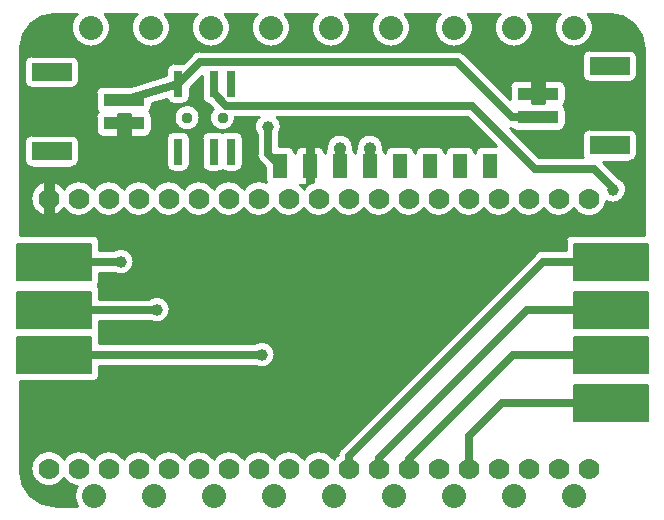
<source format=gtl>
G04 Generated by Ultiboard 12.0 *
%FSLAX25Y25*%
%MOIN*%

%ADD10C,0.00001*%
%ADD11C,0.01000*%
%ADD12C,0.00500*%
%ADD13C,0.02500*%
%ADD14C,0.08000*%
%ADD15R,0.13386X0.05906*%
%ADD16R,0.13780X0.04331*%
%ADD17C,0.03937*%
%ADD18C,0.07000*%
%ADD19R,0.05000X0.08000*%
%ADD20C,0.03701*%
%ADD21R,0.02953X0.08661*%


G04 ColorRGB 00FF00 for the following layer *
%LNCopper Top*%
%LPD*%
G54D10*
G36*
X81298Y166488D02*
G75*
D01*
G03X90702Y166488I4702J-4488*
G01*
X90702Y166488D01*
X101298Y166488D01*
G75*
D01*
G03X110702Y166488I4702J-4488*
G01*
X110702Y166488D01*
X121298Y166488D01*
G75*
D01*
G03X130702Y166488I4702J-4488*
G01*
X130702Y166488D01*
X142298Y166488D01*
G75*
D01*
G03X151702Y166488I4702J-4488*
G01*
X151702Y166488D01*
X162298Y166488D01*
G75*
D01*
G03X171702Y166488I4702J-4488*
G01*
X171702Y166488D01*
X182298Y166488D01*
G75*
D01*
G03X191702Y166488I4702J-4488*
G01*
X191702Y166488D01*
X198885Y166488D01*
G75*
D01*
G03X198964Y166487I71J2512*
G01*
G74*
D01*
G02X210487Y154964I0J11523*
G01*
G75*
D01*
G03X210488Y154885I2513J-8*
G01*
X210488Y154885D01*
X210488Y92750D01*
X185838Y92750D01*
G75*
D01*
G03X184250Y91162I0J-1588*
G01*
X184250Y91162D01*
X184250Y87768D01*
X176703Y87768D01*
G75*
D01*
G03X174036Y86664I-2J-3768*
G01*
X174036Y86664D01*
X109336Y21964D01*
G74*
D01*
G03X108252Y19685I2663J2664*
G01*
G74*
D01*
G03X107000Y18317I3746J4685*
G01*
G75*
D01*
G03X97000Y18317I-5000J-3317*
G01*
G75*
D01*
G03X87000Y18317I-5000J-3317*
G01*
G75*
D01*
G03X77000Y18317I-5000J-3317*
G01*
G75*
D01*
G03X67000Y18317I-5000J-3317*
G01*
G75*
D01*
G03X57000Y18317I-5000J-3317*
G01*
G75*
D01*
G03X47000Y18317I-5000J-3317*
G01*
G75*
D01*
G03X37000Y18317I-5000J-3317*
G01*
G75*
D01*
G03X27000Y18317I-5000J-3317*
G01*
G75*
D01*
G03X17000Y18317I-5000J-3317*
G01*
G75*
D01*
G03X17000Y11683I-5000J-3317*
G01*
G74*
D01*
G03X21258Y9046I5000J3317*
G01*
G75*
D01*
G03X21515Y2512I5741J-3046*
G01*
X21515Y2512D01*
X14115Y2512D01*
G74*
D01*
G03X14036Y2513I71J2512*
G01*
G75*
D01*
G02X2513Y14036I0J11523*
G01*
G74*
D01*
G03X2512Y14115I2513J8*
G01*
X2512Y14115D01*
X2512Y44084D01*
X27242Y44084D01*
G75*
D01*
G03X28829Y45672I-1J1588*
G01*
X28829Y45672D01*
X28829Y49232D01*
X80598Y49232D01*
G75*
D01*
G03X80598Y56768I2401J3768*
G01*
X80598Y56768D01*
X28829Y56768D01*
X28829Y59996D01*
G74*
D01*
G03X28726Y60560I1587J2*
G01*
G75*
D01*
G03X28750Y60838I-1564J275*
G01*
X28750Y60838D01*
X28750Y64082D01*
X45852Y64082D01*
G75*
D01*
G03X45378Y71618I2148J3918*
G01*
X45378Y71618D01*
X28750Y71618D01*
X28750Y75162D01*
G74*
D01*
G03X28511Y76000I1588J0*
G01*
G75*
D01*
G03X28750Y76838I-1349J838*
G01*
X28750Y76838D01*
X28750Y80232D01*
X33598Y80232D01*
G75*
D01*
G03X33598Y87768I2401J3768*
G01*
X33598Y87768D01*
X28750Y87768D01*
X28750Y91162D01*
G74*
D01*
G03X27162Y92750I1588J0*
G01*
X27162Y92750D01*
X2512Y92750D01*
X2512Y154885D01*
G75*
D01*
G03X2513Y154964I-2512J71*
G01*
G75*
D01*
G02X14036Y166487I11523J0*
G01*
G74*
D01*
G03X14115Y166488I8J2513*
G01*
X14115Y166488D01*
X21298Y166488D01*
G75*
D01*
G03X30702Y166488I4702J-4488*
G01*
X30702Y166488D01*
X41298Y166488D01*
G75*
D01*
G03X50702Y166488I4702J-4488*
G01*
X50702Y166488D01*
X61298Y166488D01*
G75*
D01*
G03X70702Y166488I4702J-4488*
G01*
X70702Y166488D01*
X81298Y166488D01*
D02*
G37*
%LPC*%
G36*
X187000Y101683D02*
G75*
D01*
G03X197923Y104043I5000J3317*
G01*
G75*
D01*
G03X202068Y111961I2072J3959*
G01*
X202068Y111961D01*
X196683Y117346D01*
X205693Y117346D01*
G75*
D01*
G03X208205Y119858I0J2512*
G01*
X208205Y119858D01*
X208205Y125764D01*
G74*
D01*
G03X205693Y128276I2512J0*
G01*
X205693Y128276D01*
X192307Y128276D01*
G75*
D01*
G03X189795Y125764I0J-2512*
G01*
X189795Y125764D01*
X189795Y119858D01*
G75*
D01*
G03X190044Y118768I2512J0*
G01*
X190044Y118768D01*
X175561Y118768D01*
X166017Y128312D01*
G74*
D01*
G03X166171Y128300I370J3749*
G01*
G75*
D01*
G03X168110Y127386I1938J1598*
G01*
X168110Y127386D01*
X181890Y127386D01*
G75*
D01*
G03X184402Y129898I0J2512*
G01*
X184402Y129898D01*
X184402Y134228D01*
G74*
D01*
G03X183671Y136000I2512J1*
G01*
G75*
D01*
G03X184402Y137772I-1781J1771*
G01*
X184402Y137772D01*
X184402Y142102D01*
G74*
D01*
G03X181890Y144614I2512J0*
G01*
X181890Y144614D01*
X176947Y144614D01*
X176947Y136740D01*
X173053Y136740D01*
X173053Y144614D01*
X168110Y144614D01*
G75*
D01*
G03X165598Y142102I0J-2512*
G01*
X165598Y142102D01*
X165598Y138167D01*
X150654Y153111D01*
G74*
D01*
G03X147986Y154218I2668J2661*
G01*
X147986Y154218D01*
X62276Y154218D01*
G75*
D01*
G03X59608Y153114I-3J-3768*
G01*
X59608Y153114D01*
X56655Y150161D01*
G74*
D01*
G03X56618Y150162I86J2510*
G01*
X56618Y150162D01*
X53665Y150162D01*
G75*
D01*
G03X51153Y147650I0J-2512*
G01*
X51153Y147650D01*
X51153Y146066D01*
X39518Y142614D01*
X30110Y142614D01*
G75*
D01*
G03X27598Y140102I0J-2512*
G01*
X27598Y140102D01*
X27598Y135772D01*
G75*
D01*
G03X28329Y134000I2512J-1*
G01*
G74*
D01*
G03X27598Y132228I1781J1771*
G01*
X27598Y132228D01*
X27598Y127898D01*
G75*
D01*
G03X30110Y125386I2512J0*
G01*
X30110Y125386D01*
X35053Y125386D01*
X35053Y133260D01*
X38947Y133260D01*
X38947Y125386D01*
X43890Y125386D01*
G75*
D01*
G03X46402Y127898I0J2512*
G01*
X46402Y127898D01*
X46402Y132228D01*
G74*
D01*
G03X45671Y134000I2512J1*
G01*
G75*
D01*
G03X46402Y135772I-1781J1771*
G01*
X46402Y135772D01*
X46402Y136796D01*
X51268Y138239D01*
G75*
D01*
G03X53665Y136476I2397J748*
G01*
X53665Y136476D01*
X56618Y136476D01*
G75*
D01*
G03X59130Y138988I0J2512*
G01*
X59130Y138988D01*
X59130Y141978D01*
X62964Y145812D01*
X62964Y138988D01*
G75*
D01*
G03X65177Y136494I2512J0*
G01*
X65177Y136494D01*
X66714Y134957D01*
G75*
D01*
G03X74250Y132232I3191J-2958*
G01*
X74250Y132232D01*
X81914Y132232D01*
G75*
D01*
G03X81232Y126598I3085J-3232*
G01*
X81232Y126598D01*
X81232Y120004D01*
G75*
D01*
G03X82336Y117336I3768J-3*
G01*
X82336Y117336D01*
X83988Y115683D01*
X83988Y112000D01*
G75*
D01*
G03X84531Y110440I2512J0*
G01*
G75*
D01*
G03X77000Y108317I-2532J-5439*
G01*
G75*
D01*
G03X67000Y108317I-5000J-3317*
G01*
G75*
D01*
G03X57000Y108317I-5000J-3317*
G01*
G75*
D01*
G03X47000Y108317I-5000J-3317*
G01*
G75*
D01*
G03X37000Y108317I-5000J-3317*
G01*
G75*
D01*
G03X27000Y108317I-5000J-3317*
G01*
G75*
D01*
G03X17000Y108317I-5000J-3317*
G01*
G74*
D01*
G03X13243Y110870I5000J3317*
G01*
X13243Y110870D01*
X13243Y106693D01*
G75*
D01*
G03X10757Y106693I-1243J-1693*
G01*
X10757Y106693D01*
X10757Y110870D01*
G75*
D01*
G03X10757Y99130I1242J-5870*
G01*
X10757Y99130D01*
X10757Y103307D01*
G75*
D01*
G03X13243Y103307I1243J1693*
G01*
X13243Y103307D01*
X13243Y99130D01*
G74*
D01*
G03X17000Y101683I1243J5870*
G01*
G75*
D01*
G03X27000Y101683I5000J3317*
G01*
G75*
D01*
G03X37000Y101683I5000J3317*
G01*
G75*
D01*
G03X47000Y101683I5000J3317*
G01*
G75*
D01*
G03X57000Y101683I5000J3317*
G01*
G75*
D01*
G03X67000Y101683I5000J3317*
G01*
G75*
D01*
G03X77000Y101683I5000J3317*
G01*
G75*
D01*
G03X87000Y101683I5000J3317*
G01*
G75*
D01*
G03X97000Y101683I5000J3317*
G01*
G75*
D01*
G03X107000Y101683I5000J3317*
G01*
G75*
D01*
G03X117000Y101683I5000J3317*
G01*
G75*
D01*
G03X127000Y101683I5000J3317*
G01*
G75*
D01*
G03X137000Y101683I5000J3317*
G01*
G75*
D01*
G03X147000Y101683I5000J3317*
G01*
G75*
D01*
G03X157000Y101683I5000J3317*
G01*
G75*
D01*
G03X167000Y101683I5000J3317*
G01*
G75*
D01*
G03X177000Y101683I5000J3317*
G01*
G75*
D01*
G03X187000Y101683I5000J3317*
G01*
D02*
G37*
G36*
X208205Y146236D02*
X208205Y146236D01*
X208205Y152142D01*
G74*
D01*
G03X205693Y154654I2512J0*
G01*
X205693Y154654D01*
X192307Y154654D01*
G75*
D01*
G03X189795Y152142I0J-2512*
G01*
X189795Y152142D01*
X189795Y146236D01*
G75*
D01*
G03X192307Y143724I2512J0*
G01*
X192307Y143724D01*
X205693Y143724D01*
G75*
D01*
G03X208205Y146236I0J2512*
G01*
D02*
G37*
G36*
X3795Y150142D02*
X3795Y150142D01*
X3795Y144236D01*
G75*
D01*
G03X6307Y141724I2512J0*
G01*
X6307Y141724D01*
X19693Y141724D01*
G75*
D01*
G03X22205Y144236I0J2512*
G01*
X22205Y144236D01*
X22205Y150142D01*
G74*
D01*
G03X19693Y152654I2512J0*
G01*
X19693Y152654D01*
X6307Y152654D01*
G75*
D01*
G03X3795Y150142I0J-2512*
G01*
D02*
G37*
G36*
X53744Y132000D02*
G75*
D01*
G03X53744Y132000I4350J0*
G01*
D02*
G37*
G36*
X3795Y123764D02*
X3795Y123764D01*
X3795Y117858D01*
G75*
D01*
G03X6307Y115346I2512J0*
G01*
X6307Y115346D01*
X19693Y115346D01*
G75*
D01*
G03X22205Y117858I0J2512*
G01*
X22205Y117858D01*
X22205Y123764D01*
G74*
D01*
G03X19693Y126276I2512J0*
G01*
X19693Y126276D01*
X6307Y126276D01*
G75*
D01*
G03X3795Y123764I0J-2512*
G01*
D02*
G37*
G36*
X53665Y113838D02*
X53665Y113838D01*
X56618Y113838D01*
G75*
D01*
G03X59130Y116350I0J2512*
G01*
X59130Y116350D01*
X59130Y125012D01*
G74*
D01*
G03X56618Y127524I2512J0*
G01*
X56618Y127524D01*
X53665Y127524D01*
G75*
D01*
G03X51153Y125012I0J-2512*
G01*
X51153Y125012D01*
X51153Y116350D01*
G75*
D01*
G03X53665Y113838I2512J0*
G01*
D02*
G37*
G36*
X69906Y114318D02*
G75*
D01*
G03X71382Y113838I1477J2031*
G01*
X71382Y113838D01*
X74335Y113838D01*
G75*
D01*
G03X76847Y116350I0J2512*
G01*
X76847Y116350D01*
X76847Y125012D01*
G74*
D01*
G03X74335Y127524I2512J0*
G01*
X74335Y127524D01*
X71382Y127524D01*
G75*
D01*
G03X69906Y127044I1J-2512*
G01*
G74*
D01*
G03X68429Y127524I1477J2032*
G01*
X68429Y127524D01*
X65476Y127524D01*
G75*
D01*
G03X62964Y125012I0J-2512*
G01*
X62964Y125012D01*
X62964Y116350D01*
G75*
D01*
G03X65476Y113838I2512J0*
G01*
X65476Y113838D01*
X68429Y113838D01*
G74*
D01*
G03X69906Y114318I0J2512*
G01*
D02*
G37*
%LPD*%
G36*
X156500Y122512D02*
X156500Y122512D01*
X161159Y122512D01*
X151439Y132232D01*
X88086Y132232D01*
G75*
D01*
G02X88768Y126598I-3085J-3232*
G01*
X88768Y126598D01*
X88768Y122512D01*
X91500Y122512D01*
G74*
D01*
G02X94000Y120246I0J2512*
G01*
G75*
D01*
G02X96500Y122512I2500J-246*
G01*
X96500Y122512D01*
X97962Y122512D01*
X97962Y109488D01*
X96500Y109488D01*
G75*
D01*
G02X95898Y109561I-1J2512*
G01*
G74*
D01*
G02X97000Y108317I3896J4562*
G01*
G74*
D01*
G02X100038Y110670I5000J3317*
G01*
X100038Y110670D01*
X100038Y122512D01*
X101500Y122512D01*
G74*
D01*
G02X104000Y120246I0J2512*
G01*
G74*
D01*
G02X104537Y121568I2500J245*
G01*
G75*
D01*
G02X104533Y122109I3756J298*
G01*
G75*
D01*
G02X113467Y122109I4467J-95*
G01*
G75*
D01*
G02X113463Y121568I-3759J-243*
G01*
G74*
D01*
G02X114000Y120246I1963J1567*
G01*
G74*
D01*
G02X114537Y121568I2500J245*
G01*
G75*
D01*
G02X114533Y122109I3756J298*
G01*
G75*
D01*
G02X123467Y122109I4467J-95*
G01*
G75*
D01*
G02X123463Y121568I-3759J-243*
G01*
G74*
D01*
G02X124000Y120246I1963J1567*
G01*
G75*
D01*
G02X126500Y122512I2500J-246*
G01*
X126500Y122512D01*
X131500Y122512D01*
G74*
D01*
G02X134000Y120246I0J2512*
G01*
G75*
D01*
G02X136500Y122512I2500J-246*
G01*
X136500Y122512D01*
X141500Y122512D01*
G74*
D01*
G02X144000Y120246I0J2512*
G01*
G75*
D01*
G02X146500Y122512I2500J-246*
G01*
X146500Y122512D01*
X151500Y122512D01*
G74*
D01*
G02X154000Y120246I0J2512*
G01*
G75*
D01*
G02X156500Y122512I2500J-246*
G01*
D02*
G37*
G36*
X211744Y42834D02*
X211744Y42834D01*
X211744Y30834D01*
X186921Y30834D01*
X186921Y42834D01*
X211744Y42834D01*
D02*
G37*
G36*
X211744Y58834D02*
X211744Y58834D01*
X211744Y46834D01*
X186921Y46834D01*
X186921Y58834D01*
X211744Y58834D01*
D02*
G37*
G36*
X1256Y58834D02*
X1256Y58834D01*
X1256Y46834D01*
X26079Y46834D01*
X26079Y58834D01*
X1256Y58834D01*
D02*
G37*
G36*
X211744Y74000D02*
X211744Y74000D01*
X211744Y62000D01*
X187000Y62000D01*
X187000Y74000D01*
X211744Y74000D01*
D02*
G37*
G36*
X211744Y90000D02*
X211744Y90000D01*
X211744Y78000D01*
X187000Y78000D01*
X187000Y90000D01*
X211744Y90000D01*
D02*
G37*
G36*
X1256Y74000D02*
X1256Y74000D01*
X1256Y62000D01*
X26000Y62000D01*
X26000Y74000D01*
X1256Y74000D01*
D02*
G37*
G36*
X1256Y90000D02*
X1256Y90000D01*
X1256Y78000D01*
X26000Y78000D01*
X26000Y90000D01*
X1256Y90000D01*
D02*
G37*
G54D11*
X187000Y101683D02*
G75*
D01*
G03X197923Y104043I5000J3317*
G01*
G75*
D01*
G03X202068Y111961I2072J3959*
G01*
X196683Y117346D01*
X205693Y117346D01*
G75*
D01*
G03X208205Y119858I0J2512*
G01*
X208205Y125764D01*
G74*
D01*
G03X205693Y128276I2512J0*
G01*
X192307Y128276D01*
G75*
D01*
G03X189795Y125764I0J-2512*
G01*
X189795Y119858D01*
G75*
D01*
G03X190044Y118768I2512J0*
G01*
X175561Y118768D01*
X166017Y128312D01*
G74*
D01*
G03X166171Y128300I370J3749*
G01*
G75*
D01*
G03X168110Y127386I1938J1598*
G01*
X181890Y127386D01*
G75*
D01*
G03X184402Y129898I0J2512*
G01*
X184402Y134228D01*
G74*
D01*
G03X183671Y136000I2512J1*
G01*
G75*
D01*
G03X184402Y137772I-1781J1771*
G01*
X184402Y142102D01*
G74*
D01*
G03X181890Y144614I2512J0*
G01*
X176947Y144614D01*
X176947Y136740D01*
X173053Y136740D01*
X173053Y144614D01*
X168110Y144614D01*
G75*
D01*
G03X165598Y142102I0J-2512*
G01*
X165598Y138167D01*
X150654Y153111D01*
G74*
D01*
G03X147986Y154218I2668J2661*
G01*
X62276Y154218D01*
G75*
D01*
G03X59608Y153114I-3J-3768*
G01*
X56655Y150161D01*
G74*
D01*
G03X56618Y150162I86J2510*
G01*
X53665Y150162D01*
G75*
D01*
G03X51153Y147650I0J-2512*
G01*
X51153Y146066D01*
X39518Y142614D01*
X30110Y142614D01*
G75*
D01*
G03X27598Y140102I0J-2512*
G01*
X27598Y135772D01*
G75*
D01*
G03X28329Y134000I2512J-1*
G01*
G74*
D01*
G03X27598Y132228I1781J1771*
G01*
X27598Y127898D01*
G75*
D01*
G03X30110Y125386I2512J0*
G01*
X35053Y125386D01*
X35053Y133260D01*
X38947Y133260D01*
X38947Y125386D01*
X43890Y125386D01*
G75*
D01*
G03X46402Y127898I0J2512*
G01*
X46402Y132228D01*
G74*
D01*
G03X45671Y134000I2512J1*
G01*
G75*
D01*
G03X46402Y135772I-1781J1771*
G01*
X46402Y136796D01*
X51268Y138239D01*
G75*
D01*
G03X53665Y136476I2397J748*
G01*
X56618Y136476D01*
G75*
D01*
G03X59130Y138988I0J2512*
G01*
X59130Y141978D01*
X62964Y145812D01*
X62964Y138988D01*
G75*
D01*
G03X65177Y136494I2512J0*
G01*
X66714Y134957D01*
G75*
D01*
G03X74250Y132232I3191J-2958*
G01*
X81914Y132232D01*
G75*
D01*
G03X81232Y126598I3085J-3232*
G01*
X81232Y120004D01*
G75*
D01*
G03X82336Y117336I3768J-3*
G01*
X83988Y115683D01*
X83988Y112000D01*
G75*
D01*
G03X84531Y110440I2512J0*
G01*
G75*
D01*
G03X77000Y108317I-2532J-5439*
G01*
G75*
D01*
G03X67000Y108317I-5000J-3317*
G01*
G75*
D01*
G03X57000Y108317I-5000J-3317*
G01*
G75*
D01*
G03X47000Y108317I-5000J-3317*
G01*
G75*
D01*
G03X37000Y108317I-5000J-3317*
G01*
G75*
D01*
G03X27000Y108317I-5000J-3317*
G01*
G75*
D01*
G03X17000Y108317I-5000J-3317*
G01*
G74*
D01*
G03X13243Y110870I5000J3317*
G01*
X13243Y106693D01*
G75*
D01*
G03X10757Y106693I-1243J-1693*
G01*
X10757Y110870D01*
G75*
D01*
G03X10757Y99130I1242J-5870*
G01*
X10757Y103307D01*
G75*
D01*
G03X13243Y103307I1243J1693*
G01*
X13243Y99130D01*
G74*
D01*
G03X17000Y101683I1243J5870*
G01*
G75*
D01*
G03X27000Y101683I5000J3317*
G01*
G75*
D01*
G03X37000Y101683I5000J3317*
G01*
G75*
D01*
G03X47000Y101683I5000J3317*
G01*
G75*
D01*
G03X57000Y101683I5000J3317*
G01*
G75*
D01*
G03X67000Y101683I5000J3317*
G01*
G75*
D01*
G03X77000Y101683I5000J3317*
G01*
G75*
D01*
G03X87000Y101683I5000J3317*
G01*
G75*
D01*
G03X97000Y101683I5000J3317*
G01*
G75*
D01*
G03X107000Y101683I5000J3317*
G01*
G75*
D01*
G03X117000Y101683I5000J3317*
G01*
G75*
D01*
G03X127000Y101683I5000J3317*
G01*
G75*
D01*
G03X137000Y101683I5000J3317*
G01*
G75*
D01*
G03X147000Y101683I5000J3317*
G01*
G75*
D01*
G03X157000Y101683I5000J3317*
G01*
G75*
D01*
G03X167000Y101683I5000J3317*
G01*
G75*
D01*
G03X177000Y101683I5000J3317*
G01*
G75*
D01*
G03X187000Y101683I5000J3317*
G01*
X208205Y146236D02*
X208205Y152142D01*
G74*
D01*
G03X205693Y154654I2512J0*
G01*
X192307Y154654D01*
G75*
D01*
G03X189795Y152142I0J-2512*
G01*
X189795Y146236D01*
G75*
D01*
G03X192307Y143724I2512J0*
G01*
X205693Y143724D01*
G75*
D01*
G03X208205Y146236I0J2512*
G01*
X3795Y150142D02*
X3795Y144236D01*
G75*
D01*
G03X6307Y141724I2512J0*
G01*
X19693Y141724D01*
G75*
D01*
G03X22205Y144236I0J2512*
G01*
X22205Y150142D01*
G74*
D01*
G03X19693Y152654I2512J0*
G01*
X6307Y152654D01*
G75*
D01*
G03X3795Y150142I0J-2512*
G01*
X53744Y132000D02*
G75*
D01*
G03X53744Y132000I4350J0*
G01*
X3795Y123764D02*
X3795Y117858D01*
G75*
D01*
G03X6307Y115346I2512J0*
G01*
X19693Y115346D01*
G75*
D01*
G03X22205Y117858I0J2512*
G01*
X22205Y123764D01*
G74*
D01*
G03X19693Y126276I2512J0*
G01*
X6307Y126276D01*
G75*
D01*
G03X3795Y123764I0J-2512*
G01*
X53665Y113838D02*
X56618Y113838D01*
G75*
D01*
G03X59130Y116350I0J2512*
G01*
X59130Y125012D01*
G74*
D01*
G03X56618Y127524I2512J0*
G01*
X53665Y127524D01*
G75*
D01*
G03X51153Y125012I0J-2512*
G01*
X51153Y116350D01*
G75*
D01*
G03X53665Y113838I2512J0*
G01*
X69906Y114318D02*
G75*
D01*
G03X71382Y113838I1477J2031*
G01*
X74335Y113838D01*
G75*
D01*
G03X76847Y116350I0J2512*
G01*
X76847Y125012D01*
G74*
D01*
G03X74335Y127524I2512J0*
G01*
X71382Y127524D01*
G75*
D01*
G03X69906Y127044I1J-2512*
G01*
G74*
D01*
G03X68429Y127524I1477J2032*
G01*
X65476Y127524D01*
G75*
D01*
G03X62964Y125012I0J-2512*
G01*
X62964Y116350D01*
G75*
D01*
G03X65476Y113838I2512J0*
G01*
X68429Y113838D01*
G74*
D01*
G03X69906Y114318I0J2512*
G01*
X81298Y166488D02*
G75*
D01*
G03X90702Y166488I4702J-4488*
G01*
X101298Y166488D01*
G75*
D01*
G03X110702Y166488I4702J-4488*
G01*
X121298Y166488D01*
G75*
D01*
G03X130702Y166488I4702J-4488*
G01*
X142298Y166488D01*
G75*
D01*
G03X151702Y166488I4702J-4488*
G01*
X162298Y166488D01*
G75*
D01*
G03X171702Y166488I4702J-4488*
G01*
X182298Y166488D01*
G75*
D01*
G03X191702Y166488I4702J-4488*
G01*
X198885Y166488D01*
G75*
D01*
G03X198964Y166487I71J2512*
G01*
G74*
D01*
G02X210487Y154964I0J11523*
G01*
G75*
D01*
G03X210488Y154885I2513J-8*
G01*
X210488Y92750D01*
X185838Y92750D01*
G75*
D01*
G03X184250Y91162I0J-1588*
G01*
X184250Y87768D01*
X176703Y87768D01*
G75*
D01*
G03X174036Y86664I-2J-3768*
G01*
X109336Y21964D01*
G74*
D01*
G03X108252Y19685I2663J2664*
G01*
G74*
D01*
G03X107000Y18317I3746J4685*
G01*
G75*
D01*
G03X97000Y18317I-5000J-3317*
G01*
G75*
D01*
G03X87000Y18317I-5000J-3317*
G01*
G75*
D01*
G03X77000Y18317I-5000J-3317*
G01*
G75*
D01*
G03X67000Y18317I-5000J-3317*
G01*
G75*
D01*
G03X57000Y18317I-5000J-3317*
G01*
G75*
D01*
G03X47000Y18317I-5000J-3317*
G01*
G75*
D01*
G03X37000Y18317I-5000J-3317*
G01*
G75*
D01*
G03X27000Y18317I-5000J-3317*
G01*
G75*
D01*
G03X17000Y18317I-5000J-3317*
G01*
G75*
D01*
G03X17000Y11683I-5000J-3317*
G01*
G74*
D01*
G03X21258Y9046I5000J3317*
G01*
G75*
D01*
G03X21515Y2512I5741J-3046*
G01*
X14115Y2512D01*
G74*
D01*
G03X14036Y2513I71J2512*
G01*
G75*
D01*
G02X2513Y14036I0J11523*
G01*
G74*
D01*
G03X2512Y14115I2513J8*
G01*
X2512Y44084D01*
X27242Y44084D01*
G75*
D01*
G03X28829Y45672I-1J1588*
G01*
X28829Y49232D01*
X80598Y49232D01*
G75*
D01*
G03X80598Y56768I2401J3768*
G01*
X28829Y56768D01*
X28829Y59996D01*
G74*
D01*
G03X28726Y60560I1587J2*
G01*
G75*
D01*
G03X28750Y60838I-1564J275*
G01*
X28750Y64082D01*
X45852Y64082D01*
G75*
D01*
G03X45378Y71618I2148J3918*
G01*
X28750Y71618D01*
X28750Y75162D01*
G74*
D01*
G03X28511Y76000I1588J0*
G01*
G75*
D01*
G03X28750Y76838I-1349J838*
G01*
X28750Y80232D01*
X33598Y80232D01*
G75*
D01*
G03X33598Y87768I2401J3768*
G01*
X28750Y87768D01*
X28750Y91162D01*
G74*
D01*
G03X27162Y92750I1588J0*
G01*
X2512Y92750D01*
X2512Y154885D01*
G75*
D01*
G03X2513Y154964I-2512J71*
G01*
G75*
D01*
G02X14036Y166487I11523J0*
G01*
G74*
D01*
G03X14115Y166488I8J2513*
G01*
X21298Y166488D01*
G75*
D01*
G03X30702Y166488I4702J-4488*
G01*
X41298Y166488D01*
G75*
D01*
G03X50702Y166488I4702J-4488*
G01*
X61298Y166488D01*
G75*
D01*
G03X70702Y166488I4702J-4488*
G01*
X81298Y166488D01*
X156500Y122512D02*
X161159Y122512D01*
X151439Y132232D01*
X88086Y132232D01*
G75*
D01*
G02X88768Y126598I-3085J-3232*
G01*
X88768Y122512D01*
X91500Y122512D01*
G74*
D01*
G02X94000Y120246I0J2512*
G01*
G75*
D01*
G02X96500Y122512I2500J-246*
G01*
X97962Y122512D01*
X97962Y109488D01*
X96500Y109488D01*
G75*
D01*
G02X95898Y109561I-1J2512*
G01*
G74*
D01*
G02X97000Y108317I3896J4562*
G01*
G74*
D01*
G02X100038Y110670I5000J3317*
G01*
X100038Y122512D01*
X101500Y122512D01*
G74*
D01*
G02X104000Y120246I0J2512*
G01*
G74*
D01*
G02X104537Y121568I2500J245*
G01*
G75*
D01*
G02X104533Y122109I3756J298*
G01*
G75*
D01*
G02X113467Y122109I4467J-95*
G01*
G75*
D01*
G02X113463Y121568I-3759J-243*
G01*
G74*
D01*
G02X114000Y120246I1963J1567*
G01*
G74*
D01*
G02X114537Y121568I2500J245*
G01*
G75*
D01*
G02X114533Y122109I3756J298*
G01*
G75*
D01*
G02X123467Y122109I4467J-95*
G01*
G75*
D01*
G02X123463Y121568I-3759J-243*
G01*
G74*
D01*
G02X124000Y120246I1963J1567*
G01*
G75*
D01*
G02X126500Y122512I2500J-246*
G01*
X131500Y122512D01*
G74*
D01*
G02X134000Y120246I0J2512*
G01*
G75*
D01*
G02X136500Y122512I2500J-246*
G01*
X141500Y122512D01*
G74*
D01*
G02X144000Y120246I0J2512*
G01*
G75*
D01*
G02X146500Y122512I2500J-246*
G01*
X151500Y122512D01*
G74*
D01*
G02X154000Y120246I0J2512*
G01*
G75*
D01*
G02X156500Y122512I2500J-246*
G01*
G54D12*
X211744Y42834D02*
X211744Y30834D01*
X186921Y30834D01*
X186921Y42834D01*
X211744Y42834D01*
X211744Y58834D02*
X211744Y46834D01*
X186921Y46834D01*
X186921Y58834D01*
X211744Y58834D01*
X211744Y74000D02*
X211744Y62000D01*
X187000Y62000D01*
X187000Y74000D01*
X211744Y74000D01*
X211744Y90000D02*
X211744Y78000D01*
X187000Y78000D01*
X187000Y90000D01*
X211744Y90000D01*
X1256Y58834D02*
X1256Y46834D01*
X26079Y46834D01*
X26079Y58834D01*
X1256Y58834D01*
X1256Y74000D02*
X1256Y62000D01*
X26000Y62000D01*
X26000Y74000D01*
X1256Y74000D01*
X1256Y90000D02*
X1256Y78000D01*
X26000Y78000D01*
X26000Y90000D01*
X1256Y90000D01*
G54D13*
X152000Y15000D02*
X152000Y26000D01*
X163000Y37000D01*
X203000Y37000D01*
X166800Y53000D02*
X132000Y18200D01*
X203000Y53000D02*
X166800Y53000D01*
X132000Y18200D02*
X132000Y15000D01*
X171350Y68000D02*
X122000Y18650D01*
X122000Y15000D01*
X203000Y68000D02*
X171350Y68000D01*
X112000Y19300D02*
X176700Y84000D01*
X112000Y15000D02*
X112000Y19300D01*
X176700Y84000D02*
X203000Y84000D01*
X166373Y132063D02*
X175000Y132063D01*
X36300Y84000D02*
X10000Y84000D01*
X10150Y67850D02*
X10000Y68000D01*
X10150Y67850D02*
X48200Y67850D01*
X10000Y53000D02*
X82450Y53000D01*
X109000Y122000D02*
X109000Y116000D01*
G36*
X109000Y118031D02*
X109000Y118031D01*
X108293Y121870D01*
X109707Y121870D01*
X109000Y118031D01*
D02*
G37*
X108293Y121870D01*
X109707Y121870D01*
X109000Y118031D01*
X119000Y122000D02*
X119000Y116000D01*
G36*
X119000Y118031D02*
X119000Y118031D01*
X118293Y121870D01*
X119707Y121870D01*
X119000Y118031D01*
D02*
G37*
X118293Y121870D01*
X119707Y121870D01*
X119000Y118031D01*
X85000Y129000D02*
X85000Y120000D01*
X89000Y116000D01*
X37000Y137937D02*
X55142Y143319D01*
X66953Y143319D02*
X66953Y140047D01*
X71000Y136000D01*
X153000Y136000D01*
X174000Y115000D01*
X62273Y150450D02*
X147986Y150450D01*
X55142Y143319D02*
X62273Y150450D01*
X147986Y150450D02*
X166373Y132063D01*
X193700Y115000D02*
X200450Y108250D01*
X174000Y115000D02*
X193700Y115000D01*
G54D14*
X27000Y6000D03*
X47000Y6000D03*
X67000Y6000D03*
X87000Y6000D03*
X107000Y6000D03*
X127000Y6000D03*
X147000Y6000D03*
X167000Y6000D03*
X187000Y6000D03*
X26000Y162000D03*
X46000Y162000D03*
X66000Y162000D03*
X86000Y162000D03*
X106000Y162000D03*
X126000Y162000D03*
X203000Y84000D03*
X203000Y68000D03*
X203000Y53000D03*
X203000Y37000D03*
X147000Y162000D03*
X167000Y162000D03*
X187000Y162000D03*
X10000Y53000D03*
X10000Y68000D03*
X10000Y84000D03*
G54D15*
X13000Y120811D03*
X13000Y147189D03*
X199000Y122811D03*
X199000Y149189D03*
G54D16*
X37000Y130063D03*
X37000Y137937D03*
X175000Y132063D03*
X175000Y139937D03*
G54D17*
X36000Y84000D03*
X48000Y68000D03*
X83000Y53000D03*
X119000Y122000D03*
X109000Y122000D03*
X85000Y129000D03*
X200000Y108000D03*
X152000Y127000D03*
X175000Y124000D03*
G54D18*
X192000Y105000D03*
X182000Y105000D03*
X172000Y105000D03*
X162000Y105000D03*
X152000Y105000D03*
X142000Y105000D03*
X132000Y105000D03*
X122000Y105000D03*
X112000Y105000D03*
X102000Y105000D03*
X92000Y105000D03*
X82000Y105000D03*
X72000Y105000D03*
X62000Y105000D03*
X52000Y105000D03*
X42000Y105000D03*
X32000Y105000D03*
X22000Y105000D03*
X12000Y105000D03*
X192000Y15000D03*
X182000Y15000D03*
X172000Y15000D03*
X162000Y15000D03*
X152000Y15000D03*
X142000Y15000D03*
X132000Y15000D03*
X122000Y15000D03*
X112000Y15000D03*
X102000Y15000D03*
X92000Y15000D03*
X82000Y15000D03*
X72000Y15000D03*
X62000Y15000D03*
X52000Y15000D03*
X42000Y15000D03*
X32000Y15000D03*
X22000Y15000D03*
X12000Y15000D03*
G54D19*
X89000Y116000D03*
X99000Y116000D03*
X109000Y116000D03*
X119000Y116000D03*
X129000Y116000D03*
X139000Y116000D03*
X149000Y116000D03*
X159000Y116000D03*
G54D20*
X58094Y132000D03*
X69906Y132000D03*
G54D21*
X55142Y120681D03*
X72858Y120681D03*
X66953Y120681D03*
X55142Y143319D03*
X72858Y143319D03*
X66953Y143319D03*

M00*

</source>
